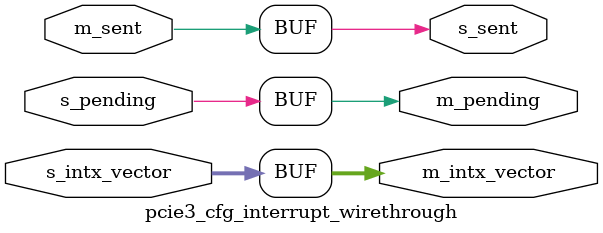
<source format=v>
module pcie3_cfg_interrupt_wirethrough
#(
parameter integer C_INTX_VECTOR_WIDTH = 4,
parameter integer C_HAS_INTX_VECTOR = 1,
parameter integer C_SENT_WIDTH = 1,
parameter integer C_HAS_SENT = 1,
parameter integer C_PENDING_WIDTH = 1,
parameter integer C_HAS_PENDING = 1
)
(
(* X_INTERFACE_INFO = "xilinx.com:interface:pcie3_cfg_interrupt_rtl:1.0 M_PCIE3_CFG_INTERRUPT INTx_VECTOR " *)
 output wire [((C_INTX_VECTOR_WIDTH>0)?C_INTX_VECTOR_WIDTH:1)-1:0] m_intx_vector,
(* X_INTERFACE_INFO = "xilinx.com:interface:pcie3_cfg_interrupt_rtl:1.0 M_PCIE3_CFG_INTERRUPT SENT " *)
 input wire [((C_SENT_WIDTH>0)?C_SENT_WIDTH:1)-1:0] m_sent,
(* X_INTERFACE_INFO = "xilinx.com:interface:pcie3_cfg_interrupt_rtl:1.0 M_PCIE3_CFG_INTERRUPT PENDING " *)
 output wire [((C_PENDING_WIDTH>0)?C_PENDING_WIDTH:1)-1:0] m_pending,
(* X_INTERFACE_INFO = "xilinx.com:interface:pcie3_cfg_interrupt_rtl:1.0 S_PCIE3_CFG_INTERRUPT INTx_VECTOR " *)
input wire [((C_INTX_VECTOR_WIDTH>0)?C_INTX_VECTOR_WIDTH:1)-1:0] s_intx_vector,
(* X_INTERFACE_INFO = "xilinx.com:interface:pcie3_cfg_interrupt_rtl:1.0 S_PCIE3_CFG_INTERRUPT SENT " *)
output wire [((C_SENT_WIDTH>0)?C_SENT_WIDTH:1)-1:0] s_sent,
(* X_INTERFACE_INFO = "xilinx.com:interface:pcie3_cfg_interrupt_rtl:1.0 S_PCIE3_CFG_INTERRUPT PENDING " *)
input wire [((C_PENDING_WIDTH>0)?C_PENDING_WIDTH:1)-1:0] s_pending
);
assign m_intx_vector = s_intx_vector;
assign s_sent = m_sent;
assign m_pending = s_pending;
endmodule

</source>
